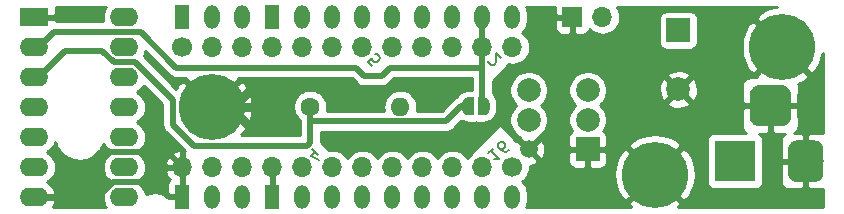
<source format=gbr>
G04 #@! TF.GenerationSoftware,KiCad,Pcbnew,(5.1.4)-1*
G04 #@! TF.CreationDate,2019-11-22T13:16:02+01:00*
G04 #@! TF.ProjectId,ArtNetNode1.2,4172744e-6574-44e6-9f64-65312e322e6b,rev?*
G04 #@! TF.SameCoordinates,Original*
G04 #@! TF.FileFunction,Copper,L2,Bot*
G04 #@! TF.FilePolarity,Positive*
%FSLAX46Y46*%
G04 Gerber Fmt 4.6, Leading zero omitted, Abs format (unit mm)*
G04 Created by KiCad (PCBNEW (5.1.4)-1) date 2019-11-22 13:16:02*
%MOMM*%
%LPD*%
G04 APERTURE LIST*
%ADD10C,0.150000*%
%ADD11C,2.000000*%
%ADD12R,2.000000X2.000000*%
%ADD13C,1.500000*%
%ADD14O,1.700000X1.700000*%
%ADD15R,1.700000X1.700000*%
%ADD16C,5.600000*%
%ADD17O,1.300000X2.000000*%
%ADD18R,1.300000X2.000000*%
%ADD19C,1.700000*%
%ADD20R,3.500000X3.500000*%
%ADD21C,0.100000*%
%ADD22C,3.000000*%
%ADD23C,3.500000*%
%ADD24C,1.600000*%
%ADD25O,1.600000X1.600000*%
%ADD26R,2.400000X1.600000*%
%ADD27O,2.400000X1.600000*%
%ADD28C,0.500000*%
%ADD29C,0.800000*%
%ADD30C,0.508000*%
%ADD31C,0.762000*%
%ADD32C,0.254000*%
G04 APERTURE END LIST*
D10*
X186746870Y-70096175D02*
X186275465Y-69624770D01*
X186847885Y-70533908D02*
X186174450Y-70197190D01*
X186612183Y-69759457D01*
X201582809Y-69557427D02*
X201178748Y-69961488D01*
X201380778Y-69759457D02*
X202087885Y-70466564D01*
X201919526Y-70432892D01*
X201784839Y-70432892D01*
X201683824Y-70466564D01*
X202896007Y-69658442D02*
X202761320Y-69793129D01*
X202660305Y-69826801D01*
X202592961Y-69826801D01*
X202424603Y-69793129D01*
X202256244Y-69692114D01*
X201986870Y-69422740D01*
X201953198Y-69321725D01*
X201953198Y-69254381D01*
X201986870Y-69153366D01*
X202121557Y-69018679D01*
X202222572Y-68985007D01*
X202289916Y-68985007D01*
X202390931Y-69018679D01*
X202559290Y-69187038D01*
X202592961Y-69288053D01*
X202592961Y-69355396D01*
X202559290Y-69456412D01*
X202424603Y-69591099D01*
X202323587Y-69624770D01*
X202256244Y-69624770D01*
X202155229Y-69591099D01*
X201178748Y-62118511D02*
X201178748Y-62185855D01*
X201212420Y-62286870D01*
X201380778Y-62455229D01*
X201481794Y-62488900D01*
X201549137Y-62488900D01*
X201650152Y-62455229D01*
X201717496Y-62387885D01*
X201784839Y-62253198D01*
X201784839Y-61445076D01*
X202222572Y-61882809D01*
X191321794Y-62556244D02*
X190985076Y-62219526D01*
X191288122Y-61849137D01*
X191288122Y-61916481D01*
X191321794Y-62017496D01*
X191490152Y-62185855D01*
X191591168Y-62219526D01*
X191658511Y-62219526D01*
X191759526Y-62185855D01*
X191927885Y-62017496D01*
X191961557Y-61916481D01*
X191961557Y-61849137D01*
X191927885Y-61748122D01*
X191759526Y-61579763D01*
X191658511Y-61546091D01*
X191591168Y-61546091D01*
D11*
X209580000Y-64620000D03*
X209580000Y-67120000D03*
D12*
X209580000Y-69620000D03*
D13*
X204580000Y-69620000D03*
D11*
X204580000Y-67120000D03*
X204580000Y-64620000D03*
D12*
X217259600Y-59546000D03*
D11*
X217259600Y-64546000D03*
D14*
X210820000Y-58420000D03*
D15*
X208280000Y-58420000D03*
D16*
X177800000Y-66040000D03*
D17*
X193050000Y-58420000D03*
X195590000Y-58420000D03*
X190510000Y-58420000D03*
X177810000Y-58420000D03*
X180350000Y-58420000D03*
D18*
X182890000Y-58420000D03*
D17*
X187970000Y-58420000D03*
X185430000Y-58420000D03*
X185430000Y-73660000D03*
X187970000Y-73660000D03*
X200670000Y-58420000D03*
X190510000Y-73660000D03*
X193050000Y-73660000D03*
X203210000Y-73660000D03*
X195590000Y-73660000D03*
X203210000Y-58420000D03*
X200670000Y-73660000D03*
D18*
X175270000Y-58420000D03*
D17*
X198130000Y-73660000D03*
X198130000Y-58420000D03*
D18*
X182890000Y-73660000D03*
D17*
X180350000Y-73660000D03*
X177810000Y-73660000D03*
D18*
X175270000Y-73660000D03*
D14*
X203200000Y-60960000D03*
X200660000Y-60960000D03*
X198120000Y-60960000D03*
X195580000Y-60960000D03*
X193040000Y-60960000D03*
X190500000Y-60960000D03*
X187960000Y-60960000D03*
X185420000Y-60960000D03*
X182880000Y-60960000D03*
X180340000Y-60960000D03*
X177800000Y-60960000D03*
D19*
X175260000Y-60960000D03*
D14*
X175260000Y-71120000D03*
X177800000Y-71120000D03*
X180340000Y-71120000D03*
X182880000Y-71120000D03*
X185420000Y-71120000D03*
X187960000Y-71120000D03*
X190500000Y-71120000D03*
X193040000Y-71120000D03*
X195580000Y-71120000D03*
X198120000Y-71120000D03*
X200660000Y-71120000D03*
D19*
X203200000Y-71120000D03*
D16*
X215265000Y-71755000D03*
X226060000Y-60960000D03*
D20*
X222044000Y-70612000D03*
D21*
G36*
X228867513Y-68865611D02*
G01*
X228940318Y-68876411D01*
X229011714Y-68894295D01*
X229081013Y-68919090D01*
X229147548Y-68950559D01*
X229210678Y-68988398D01*
X229269795Y-69032242D01*
X229324330Y-69081670D01*
X229373758Y-69136205D01*
X229417602Y-69195322D01*
X229455441Y-69258452D01*
X229486910Y-69324987D01*
X229511705Y-69394286D01*
X229529589Y-69465682D01*
X229540389Y-69538487D01*
X229544000Y-69612000D01*
X229544000Y-71612000D01*
X229540389Y-71685513D01*
X229529589Y-71758318D01*
X229511705Y-71829714D01*
X229486910Y-71899013D01*
X229455441Y-71965548D01*
X229417602Y-72028678D01*
X229373758Y-72087795D01*
X229324330Y-72142330D01*
X229269795Y-72191758D01*
X229210678Y-72235602D01*
X229147548Y-72273441D01*
X229081013Y-72304910D01*
X229011714Y-72329705D01*
X228940318Y-72347589D01*
X228867513Y-72358389D01*
X228794000Y-72362000D01*
X227294000Y-72362000D01*
X227220487Y-72358389D01*
X227147682Y-72347589D01*
X227076286Y-72329705D01*
X227006987Y-72304910D01*
X226940452Y-72273441D01*
X226877322Y-72235602D01*
X226818205Y-72191758D01*
X226763670Y-72142330D01*
X226714242Y-72087795D01*
X226670398Y-72028678D01*
X226632559Y-71965548D01*
X226601090Y-71899013D01*
X226576295Y-71829714D01*
X226558411Y-71758318D01*
X226547611Y-71685513D01*
X226544000Y-71612000D01*
X226544000Y-69612000D01*
X226547611Y-69538487D01*
X226558411Y-69465682D01*
X226576295Y-69394286D01*
X226601090Y-69324987D01*
X226632559Y-69258452D01*
X226670398Y-69195322D01*
X226714242Y-69136205D01*
X226763670Y-69081670D01*
X226818205Y-69032242D01*
X226877322Y-68988398D01*
X226940452Y-68950559D01*
X227006987Y-68919090D01*
X227076286Y-68894295D01*
X227147682Y-68876411D01*
X227220487Y-68865611D01*
X227294000Y-68862000D01*
X228794000Y-68862000D01*
X228867513Y-68865611D01*
X228867513Y-68865611D01*
G37*
D22*
X228044000Y-70612000D03*
D21*
G36*
X226004765Y-64166213D02*
G01*
X226089704Y-64178813D01*
X226172999Y-64199677D01*
X226253848Y-64228605D01*
X226331472Y-64265319D01*
X226405124Y-64309464D01*
X226474094Y-64360616D01*
X226537718Y-64418282D01*
X226595384Y-64481906D01*
X226646536Y-64550876D01*
X226690681Y-64624528D01*
X226727395Y-64702152D01*
X226756323Y-64783001D01*
X226777187Y-64866296D01*
X226789787Y-64951235D01*
X226794000Y-65037000D01*
X226794000Y-66787000D01*
X226789787Y-66872765D01*
X226777187Y-66957704D01*
X226756323Y-67040999D01*
X226727395Y-67121848D01*
X226690681Y-67199472D01*
X226646536Y-67273124D01*
X226595384Y-67342094D01*
X226537718Y-67405718D01*
X226474094Y-67463384D01*
X226405124Y-67514536D01*
X226331472Y-67558681D01*
X226253848Y-67595395D01*
X226172999Y-67624323D01*
X226089704Y-67645187D01*
X226004765Y-67657787D01*
X225919000Y-67662000D01*
X224169000Y-67662000D01*
X224083235Y-67657787D01*
X223998296Y-67645187D01*
X223915001Y-67624323D01*
X223834152Y-67595395D01*
X223756528Y-67558681D01*
X223682876Y-67514536D01*
X223613906Y-67463384D01*
X223550282Y-67405718D01*
X223492616Y-67342094D01*
X223441464Y-67273124D01*
X223397319Y-67199472D01*
X223360605Y-67121848D01*
X223331677Y-67040999D01*
X223310813Y-66957704D01*
X223298213Y-66872765D01*
X223294000Y-66787000D01*
X223294000Y-65037000D01*
X223298213Y-64951235D01*
X223310813Y-64866296D01*
X223331677Y-64783001D01*
X223360605Y-64702152D01*
X223397319Y-64624528D01*
X223441464Y-64550876D01*
X223492616Y-64481906D01*
X223550282Y-64418282D01*
X223613906Y-64360616D01*
X223682876Y-64309464D01*
X223756528Y-64265319D01*
X223834152Y-64228605D01*
X223915001Y-64199677D01*
X223998296Y-64178813D01*
X224083235Y-64166213D01*
X224169000Y-64162000D01*
X225919000Y-64162000D01*
X226004765Y-64166213D01*
X226004765Y-64166213D01*
G37*
D23*
X225044000Y-65912000D03*
D24*
X186093800Y-65997600D03*
D25*
X193713800Y-65997600D03*
D26*
X162725800Y-58420000D03*
D27*
X170345800Y-73660000D03*
X162725800Y-60960000D03*
X170345800Y-71120000D03*
X162725800Y-63500000D03*
X170345800Y-68580000D03*
X162725800Y-66040000D03*
X170345800Y-66040000D03*
X162725800Y-68580000D03*
X170345800Y-63500000D03*
X162725800Y-71120000D03*
X170345800Y-60960000D03*
X162725800Y-73660000D03*
X170345800Y-58420000D03*
D28*
X199470000Y-65970000D03*
D21*
G36*
X199970000Y-66720000D02*
G01*
X199470000Y-66720000D01*
X199470000Y-66719398D01*
X199445466Y-66719398D01*
X199396635Y-66714588D01*
X199348510Y-66705016D01*
X199301555Y-66690772D01*
X199256222Y-66671995D01*
X199212949Y-66648864D01*
X199172150Y-66621604D01*
X199134221Y-66590476D01*
X199099524Y-66555779D01*
X199068396Y-66517850D01*
X199041136Y-66477051D01*
X199018005Y-66433778D01*
X198999228Y-66388445D01*
X198984984Y-66341490D01*
X198975412Y-66293365D01*
X198970602Y-66244534D01*
X198970602Y-66220000D01*
X198970000Y-66220000D01*
X198970000Y-65720000D01*
X198970602Y-65720000D01*
X198970602Y-65695466D01*
X198975412Y-65646635D01*
X198984984Y-65598510D01*
X198999228Y-65551555D01*
X199018005Y-65506222D01*
X199041136Y-65462949D01*
X199068396Y-65422150D01*
X199099524Y-65384221D01*
X199134221Y-65349524D01*
X199172150Y-65318396D01*
X199212949Y-65291136D01*
X199256222Y-65268005D01*
X199301555Y-65249228D01*
X199348510Y-65234984D01*
X199396635Y-65225412D01*
X199445466Y-65220602D01*
X199470000Y-65220602D01*
X199470000Y-65220000D01*
X199970000Y-65220000D01*
X199970000Y-66720000D01*
X199970000Y-66720000D01*
G37*
D28*
X200770000Y-65970000D03*
D21*
G36*
X200770000Y-65220602D02*
G01*
X200794534Y-65220602D01*
X200843365Y-65225412D01*
X200891490Y-65234984D01*
X200938445Y-65249228D01*
X200983778Y-65268005D01*
X201027051Y-65291136D01*
X201067850Y-65318396D01*
X201105779Y-65349524D01*
X201140476Y-65384221D01*
X201171604Y-65422150D01*
X201198864Y-65462949D01*
X201221995Y-65506222D01*
X201240772Y-65551555D01*
X201255016Y-65598510D01*
X201264588Y-65646635D01*
X201269398Y-65695466D01*
X201269398Y-65720000D01*
X201270000Y-65720000D01*
X201270000Y-66220000D01*
X201269398Y-66220000D01*
X201269398Y-66244534D01*
X201264588Y-66293365D01*
X201255016Y-66341490D01*
X201240772Y-66388445D01*
X201221995Y-66433778D01*
X201198864Y-66477051D01*
X201171604Y-66517850D01*
X201140476Y-66555779D01*
X201105779Y-66590476D01*
X201067850Y-66621604D01*
X201027051Y-66648864D01*
X200983778Y-66671995D01*
X200938445Y-66690772D01*
X200891490Y-66705016D01*
X200843365Y-66714588D01*
X200794534Y-66719398D01*
X200770000Y-66719398D01*
X200770000Y-66720000D01*
X200270000Y-66720000D01*
X200270000Y-65220000D01*
X200770000Y-65220000D01*
X200770000Y-65220602D01*
X200770000Y-65220602D01*
G37*
D29*
X182626000Y-66548000D03*
X182626000Y-65278000D03*
X183896000Y-66548000D03*
X183896000Y-65278000D03*
D30*
X162725800Y-63483000D02*
X163125800Y-63483000D01*
X186093800Y-67128970D02*
X186093800Y-65997600D01*
X176238079Y-69294001D02*
X185858102Y-69294001D01*
X186093800Y-69058303D02*
X186093800Y-67128970D01*
X162725800Y-63500000D02*
X163125800Y-63500000D01*
X174466733Y-67522655D02*
X176238079Y-69294001D01*
X163125800Y-63500000D02*
X165329376Y-61296424D01*
X165329376Y-61296424D02*
X168496424Y-61296424D01*
X174466733Y-65447496D02*
X174466733Y-67522655D01*
X168496424Y-61296424D02*
X169445990Y-62245990D01*
X185858102Y-69294001D02*
X186093800Y-69058303D01*
X169445990Y-62245990D02*
X171265227Y-62245990D01*
X171265227Y-62245990D02*
X174466733Y-65447496D01*
X186216431Y-67251601D02*
X186093800Y-67128970D01*
X197588399Y-67251601D02*
X186216431Y-67251601D01*
X199470000Y-65970000D02*
X198870000Y-65970000D01*
X198870000Y-65970000D02*
X197588399Y-67251601D01*
X174112000Y-73660000D02*
X175270000Y-73660000D01*
X172857990Y-72405990D02*
X174112000Y-73660000D01*
X169426373Y-72405990D02*
X172857990Y-72405990D01*
X168172363Y-73660000D02*
X169426373Y-72405990D01*
X162725800Y-73660000D02*
X168172363Y-73660000D01*
X164433800Y-73660000D02*
X162725800Y-73660000D01*
X164592000Y-73660000D02*
X164433800Y-73660000D01*
X168386010Y-69865990D02*
X164592000Y-73660000D01*
X174005990Y-69865990D02*
X168386010Y-69865990D01*
X175260000Y-71120000D02*
X174005990Y-69865990D01*
D31*
X182118000Y-66040000D02*
X182626000Y-66548000D01*
X177800000Y-66040000D02*
X182118000Y-66040000D01*
X177800000Y-66040000D02*
X179578000Y-66040000D01*
X179578000Y-66040000D02*
X181102000Y-64516000D01*
X181864000Y-64516000D02*
X182626000Y-65278000D01*
X181102000Y-64516000D02*
X181864000Y-64516000D01*
X177800000Y-66040000D02*
X179324000Y-66040000D01*
X181102000Y-67818000D02*
X182626000Y-67818000D01*
X179324000Y-66040000D02*
X181102000Y-67818000D01*
D30*
X200670000Y-58770000D02*
X200670000Y-58420000D01*
X200648000Y-58442000D02*
X200670000Y-58420000D01*
X200648000Y-60054000D02*
X200648000Y-58442000D01*
X200648000Y-61578000D02*
X200648000Y-60054000D01*
X200648000Y-65642000D02*
X200902000Y-65896000D01*
X200648000Y-61578000D02*
X200648000Y-62692000D01*
X192838000Y-62692000D02*
X200648000Y-62692000D01*
X192130000Y-63400000D02*
X192838000Y-62692000D01*
X190670000Y-63400000D02*
X192130000Y-63400000D01*
X163125800Y-60960000D02*
X164411790Y-59674010D01*
X164411790Y-59674010D02*
X171734010Y-59674010D01*
X171734010Y-59674010D02*
X174760000Y-62700000D01*
X174760000Y-62700000D02*
X189970000Y-62700000D01*
X162725800Y-60960000D02*
X163125800Y-60960000D01*
X189970000Y-62700000D02*
X190670000Y-63400000D01*
X200648000Y-62692000D02*
X200648000Y-65970000D01*
D32*
G36*
X206791928Y-57570000D02*
G01*
X206795000Y-58134250D01*
X206953750Y-58293000D01*
X208153000Y-58293000D01*
X208153000Y-58273000D01*
X208407000Y-58273000D01*
X208407000Y-58293000D01*
X208427000Y-58293000D01*
X208427000Y-58547000D01*
X208407000Y-58547000D01*
X208407000Y-59746250D01*
X208565750Y-59905000D01*
X209130000Y-59908072D01*
X209254482Y-59895812D01*
X209374180Y-59859502D01*
X209484494Y-59800537D01*
X209581185Y-59721185D01*
X209660537Y-59624494D01*
X209719502Y-59514180D01*
X209740393Y-59445313D01*
X209764866Y-59475134D01*
X209990986Y-59660706D01*
X210248966Y-59798599D01*
X210528889Y-59883513D01*
X210747050Y-59905000D01*
X210892950Y-59905000D01*
X211111111Y-59883513D01*
X211391034Y-59798599D01*
X211649014Y-59660706D01*
X211875134Y-59475134D01*
X212060706Y-59249014D01*
X212198599Y-58991034D01*
X212283513Y-58711111D01*
X212299775Y-58546000D01*
X215621528Y-58546000D01*
X215621528Y-60546000D01*
X215633788Y-60670482D01*
X215670098Y-60790180D01*
X215729063Y-60900494D01*
X215808415Y-60997185D01*
X215905106Y-61076537D01*
X216015420Y-61135502D01*
X216135118Y-61171812D01*
X216259600Y-61184072D01*
X218259600Y-61184072D01*
X218384082Y-61171812D01*
X218503780Y-61135502D01*
X218614094Y-61076537D01*
X218710785Y-60997185D01*
X218748290Y-60951484D01*
X222608390Y-60951484D01*
X222673051Y-61625023D01*
X222867870Y-62273006D01*
X223185361Y-62870530D01*
X223194823Y-62884692D01*
X223643519Y-63196876D01*
X225880395Y-60960000D01*
X223643519Y-58723124D01*
X223194823Y-59035308D01*
X222874388Y-59631259D01*
X222676374Y-60278273D01*
X222608390Y-60951484D01*
X218748290Y-60951484D01*
X218790137Y-60900494D01*
X218849102Y-60790180D01*
X218885412Y-60670482D01*
X218897672Y-60546000D01*
X218897672Y-58546000D01*
X218885412Y-58421518D01*
X218849102Y-58301820D01*
X218790137Y-58191506D01*
X218710785Y-58094815D01*
X218614094Y-58015463D01*
X218503780Y-57956498D01*
X218384082Y-57920188D01*
X218259600Y-57907928D01*
X216259600Y-57907928D01*
X216135118Y-57920188D01*
X216015420Y-57956498D01*
X215905106Y-58015463D01*
X215808415Y-58094815D01*
X215729063Y-58191506D01*
X215670098Y-58301820D01*
X215633788Y-58421518D01*
X215621528Y-58546000D01*
X212299775Y-58546000D01*
X212312185Y-58420000D01*
X212283513Y-58128889D01*
X212198599Y-57848966D01*
X212060706Y-57590986D01*
X212031994Y-57556000D01*
X225572588Y-57556000D01*
X225394977Y-57573051D01*
X224746994Y-57767870D01*
X224149470Y-58085361D01*
X224135308Y-58094823D01*
X223823124Y-58543519D01*
X226060000Y-60780395D01*
X226074143Y-60766253D01*
X226253748Y-60945858D01*
X226239605Y-60960000D01*
X228476481Y-63196876D01*
X228925177Y-62884692D01*
X229245612Y-62288741D01*
X229443626Y-61641727D01*
X229464000Y-61439973D01*
X229464001Y-68224130D01*
X228329750Y-68227000D01*
X228171000Y-68385750D01*
X228171000Y-70485000D01*
X228191000Y-70485000D01*
X228191000Y-70739000D01*
X228171000Y-70739000D01*
X228171000Y-72838250D01*
X228329750Y-72997000D01*
X229464001Y-72999870D01*
X229464001Y-74524000D01*
X217256608Y-74524000D01*
X217501876Y-74171481D01*
X215265000Y-71934605D01*
X213028124Y-74171481D01*
X213273392Y-74524000D01*
X204392307Y-74524000D01*
X204402929Y-74504127D01*
X204476407Y-74261903D01*
X204495000Y-74073122D01*
X204495000Y-73246877D01*
X204476407Y-73058096D01*
X204402929Y-72815873D01*
X204283608Y-72592638D01*
X204123028Y-72396972D01*
X204050674Y-72337592D01*
X204146632Y-72273475D01*
X204353475Y-72066632D01*
X204515990Y-71823411D01*
X204547854Y-71746484D01*
X211813390Y-71746484D01*
X211878051Y-72420023D01*
X212072870Y-73068006D01*
X212390361Y-73665530D01*
X212399823Y-73679692D01*
X212848519Y-73991876D01*
X215085395Y-71755000D01*
X215444605Y-71755000D01*
X217681481Y-73991876D01*
X218130177Y-73679692D01*
X218450612Y-73083741D01*
X218648626Y-72436727D01*
X218716610Y-71763516D01*
X218651949Y-71089977D01*
X218457130Y-70441994D01*
X218139639Y-69844470D01*
X218130177Y-69830308D01*
X217681481Y-69518124D01*
X215444605Y-71755000D01*
X215085395Y-71755000D01*
X212848519Y-69518124D01*
X212399823Y-69830308D01*
X212079388Y-70426259D01*
X211881374Y-71073273D01*
X211813390Y-71746484D01*
X204547854Y-71746484D01*
X204627932Y-71553158D01*
X204685000Y-71266260D01*
X204685000Y-71004889D01*
X204922238Y-70968965D01*
X205178832Y-70876277D01*
X205291863Y-70815860D01*
X205345590Y-70620000D01*
X207941928Y-70620000D01*
X207954188Y-70744482D01*
X207990498Y-70864180D01*
X208049463Y-70974494D01*
X208128815Y-71071185D01*
X208225506Y-71150537D01*
X208335820Y-71209502D01*
X208455518Y-71245812D01*
X208580000Y-71258072D01*
X209294250Y-71255000D01*
X209453000Y-71096250D01*
X209453000Y-69747000D01*
X209707000Y-69747000D01*
X209707000Y-71096250D01*
X209865750Y-71255000D01*
X210580000Y-71258072D01*
X210704482Y-71245812D01*
X210824180Y-71209502D01*
X210934494Y-71150537D01*
X211031185Y-71071185D01*
X211110537Y-70974494D01*
X211169502Y-70864180D01*
X211205812Y-70744482D01*
X211218072Y-70620000D01*
X211215000Y-69905750D01*
X211056250Y-69747000D01*
X209707000Y-69747000D01*
X209453000Y-69747000D01*
X208103750Y-69747000D01*
X207945000Y-69905750D01*
X207941928Y-70620000D01*
X205345590Y-70620000D01*
X205357388Y-70576993D01*
X204580000Y-69799605D01*
X204565858Y-69813748D01*
X204386253Y-69634143D01*
X204400395Y-69620000D01*
X204759605Y-69620000D01*
X205536993Y-70397388D01*
X205775860Y-70331863D01*
X205891760Y-70084884D01*
X205957250Y-69820040D01*
X205969812Y-69547508D01*
X205928965Y-69277762D01*
X205836277Y-69021168D01*
X205775860Y-68908137D01*
X205536993Y-68842612D01*
X204759605Y-69620000D01*
X204400395Y-69620000D01*
X203623007Y-68842612D01*
X203492351Y-68878453D01*
X202116843Y-67502945D01*
X199765882Y-69853907D01*
X199809172Y-69897197D01*
X199604866Y-70064866D01*
X199419294Y-70290986D01*
X199390000Y-70345791D01*
X199360706Y-70290986D01*
X199175134Y-70064866D01*
X198949014Y-69879294D01*
X198691034Y-69741401D01*
X198411111Y-69656487D01*
X198192950Y-69635000D01*
X198047050Y-69635000D01*
X197828889Y-69656487D01*
X197548966Y-69741401D01*
X197290986Y-69879294D01*
X197064866Y-70064866D01*
X196879294Y-70290986D01*
X196850000Y-70345791D01*
X196820706Y-70290986D01*
X196635134Y-70064866D01*
X196409014Y-69879294D01*
X196151034Y-69741401D01*
X195871111Y-69656487D01*
X195652950Y-69635000D01*
X195507050Y-69635000D01*
X195288889Y-69656487D01*
X195008966Y-69741401D01*
X194750986Y-69879294D01*
X194524866Y-70064866D01*
X194339294Y-70290986D01*
X194310000Y-70345791D01*
X194280706Y-70290986D01*
X194095134Y-70064866D01*
X193869014Y-69879294D01*
X193611034Y-69741401D01*
X193331111Y-69656487D01*
X193112950Y-69635000D01*
X192967050Y-69635000D01*
X192748889Y-69656487D01*
X192468966Y-69741401D01*
X192210986Y-69879294D01*
X191984866Y-70064866D01*
X191799294Y-70290986D01*
X191770000Y-70345791D01*
X191740706Y-70290986D01*
X191555134Y-70064866D01*
X191329014Y-69879294D01*
X191071034Y-69741401D01*
X190791111Y-69656487D01*
X190572950Y-69635000D01*
X190427050Y-69635000D01*
X190208889Y-69656487D01*
X189928966Y-69741401D01*
X189670986Y-69879294D01*
X189444866Y-70064866D01*
X189259294Y-70290986D01*
X189230000Y-70345791D01*
X189200706Y-70290986D01*
X189015134Y-70064866D01*
X188789014Y-69879294D01*
X188531034Y-69741401D01*
X188251111Y-69656487D01*
X188032950Y-69635000D01*
X187887050Y-69635000D01*
X187682203Y-69655176D01*
X186982800Y-68955773D01*
X186982800Y-68140601D01*
X197544739Y-68140601D01*
X197588399Y-68144901D01*
X197632059Y-68140601D01*
X197632066Y-68140601D01*
X197762673Y-68127737D01*
X197930250Y-68076904D01*
X198084690Y-67994354D01*
X198220058Y-67883260D01*
X198247898Y-67849337D01*
X198896706Y-67200530D01*
X198990125Y-67250464D01*
X199080681Y-67287973D01*
X199200377Y-67324282D01*
X199296510Y-67343404D01*
X199420991Y-67355664D01*
X199445550Y-67355664D01*
X199470000Y-67358072D01*
X199970000Y-67358072D01*
X200094482Y-67345812D01*
X200120000Y-67338071D01*
X200145518Y-67345812D01*
X200270000Y-67358072D01*
X200770000Y-67358072D01*
X200794450Y-67355664D01*
X200819009Y-67355664D01*
X200943490Y-67343404D01*
X201039623Y-67324282D01*
X201159319Y-67287973D01*
X201249875Y-67250464D01*
X201360192Y-67191498D01*
X201441691Y-67137042D01*
X201538382Y-67057690D01*
X201607690Y-66988382D01*
X201687042Y-66891691D01*
X201741498Y-66810192D01*
X201800464Y-66699875D01*
X201837973Y-66609319D01*
X201874282Y-66489623D01*
X201893404Y-66393490D01*
X201905664Y-66269009D01*
X201905664Y-66244450D01*
X201908072Y-66220000D01*
X201908072Y-65720000D01*
X201905664Y-65695550D01*
X201905664Y-65670991D01*
X201893404Y-65546510D01*
X201874282Y-65450377D01*
X201837973Y-65330681D01*
X201800464Y-65240125D01*
X201741498Y-65129808D01*
X201687042Y-65048309D01*
X201607690Y-64951618D01*
X201538382Y-64882310D01*
X201537000Y-64881176D01*
X201537000Y-64458967D01*
X202945000Y-64458967D01*
X202945000Y-64781033D01*
X203007832Y-65096912D01*
X203131082Y-65394463D01*
X203310013Y-65662252D01*
X203517761Y-65870000D01*
X203310013Y-66077748D01*
X203131082Y-66345537D01*
X203007832Y-66643088D01*
X202945000Y-66958967D01*
X202945000Y-67281033D01*
X203007832Y-67596912D01*
X203131082Y-67894463D01*
X203310013Y-68162252D01*
X203537748Y-68389987D01*
X203805537Y-68568918D01*
X203826087Y-68577430D01*
X203802612Y-68663007D01*
X204580000Y-69440395D01*
X205357388Y-68663007D01*
X205345591Y-68620000D01*
X207941928Y-68620000D01*
X207945000Y-69334250D01*
X208103750Y-69493000D01*
X209453000Y-69493000D01*
X209453000Y-69473000D01*
X209707000Y-69473000D01*
X209707000Y-69493000D01*
X211056250Y-69493000D01*
X211210731Y-69338519D01*
X213028124Y-69338519D01*
X215265000Y-71575395D01*
X217501876Y-69338519D01*
X217189692Y-68889823D01*
X217137947Y-68862000D01*
X219655928Y-68862000D01*
X219655928Y-72362000D01*
X219668188Y-72486482D01*
X219704498Y-72606180D01*
X219763463Y-72716494D01*
X219842815Y-72813185D01*
X219939506Y-72892537D01*
X220049820Y-72951502D01*
X220169518Y-72987812D01*
X220294000Y-73000072D01*
X223794000Y-73000072D01*
X223918482Y-72987812D01*
X224038180Y-72951502D01*
X224148494Y-72892537D01*
X224245185Y-72813185D01*
X224324537Y-72716494D01*
X224383502Y-72606180D01*
X224419812Y-72486482D01*
X224432072Y-72362000D01*
X225905928Y-72362000D01*
X225918188Y-72486482D01*
X225954498Y-72606180D01*
X226013463Y-72716494D01*
X226092815Y-72813185D01*
X226189506Y-72892537D01*
X226299820Y-72951502D01*
X226419518Y-72987812D01*
X226544000Y-73000072D01*
X227758250Y-72997000D01*
X227917000Y-72838250D01*
X227917000Y-70739000D01*
X226067750Y-70739000D01*
X225909000Y-70897750D01*
X225905928Y-72362000D01*
X224432072Y-72362000D01*
X224432072Y-68862000D01*
X224419812Y-68737518D01*
X224383502Y-68617820D01*
X224324537Y-68507506D01*
X224245185Y-68410815D01*
X224148494Y-68331463D01*
X224086655Y-68298409D01*
X224758250Y-68297000D01*
X224917000Y-68138250D01*
X224917000Y-66039000D01*
X225171000Y-66039000D01*
X225171000Y-68138250D01*
X225329750Y-68297000D01*
X226250367Y-68298931D01*
X226189506Y-68331463D01*
X226092815Y-68410815D01*
X226013463Y-68507506D01*
X225954498Y-68617820D01*
X225918188Y-68737518D01*
X225905928Y-68862000D01*
X225909000Y-70326250D01*
X226067750Y-70485000D01*
X227917000Y-70485000D01*
X227917000Y-68385750D01*
X227758250Y-68227000D01*
X227087195Y-68225302D01*
X227148494Y-68192537D01*
X227245185Y-68113185D01*
X227324537Y-68016494D01*
X227383502Y-67906180D01*
X227419812Y-67786482D01*
X227432072Y-67662000D01*
X227429000Y-66197750D01*
X227270250Y-66039000D01*
X225171000Y-66039000D01*
X224917000Y-66039000D01*
X222817750Y-66039000D01*
X222659000Y-66197750D01*
X222655928Y-67662000D01*
X222668188Y-67786482D01*
X222704498Y-67906180D01*
X222763463Y-68016494D01*
X222842815Y-68113185D01*
X222939506Y-68192537D01*
X222998233Y-68223928D01*
X220294000Y-68223928D01*
X220169518Y-68236188D01*
X220049820Y-68272498D01*
X219939506Y-68331463D01*
X219842815Y-68410815D01*
X219763463Y-68507506D01*
X219704498Y-68617820D01*
X219668188Y-68737518D01*
X219655928Y-68862000D01*
X217137947Y-68862000D01*
X216593741Y-68569388D01*
X215946727Y-68371374D01*
X215273516Y-68303390D01*
X214599977Y-68368051D01*
X213951994Y-68562870D01*
X213354470Y-68880361D01*
X213340308Y-68889823D01*
X213028124Y-69338519D01*
X211210731Y-69338519D01*
X211215000Y-69334250D01*
X211218072Y-68620000D01*
X211205812Y-68495518D01*
X211169502Y-68375820D01*
X211110537Y-68265506D01*
X211031185Y-68168815D01*
X210934494Y-68089463D01*
X210908063Y-68075335D01*
X211028918Y-67894463D01*
X211152168Y-67596912D01*
X211215000Y-67281033D01*
X211215000Y-66958967D01*
X211152168Y-66643088D01*
X211028918Y-66345537D01*
X210849987Y-66077748D01*
X210642239Y-65870000D01*
X210830826Y-65681413D01*
X216303792Y-65681413D01*
X216399556Y-65945814D01*
X216689171Y-66086704D01*
X217000708Y-66168384D01*
X217322195Y-66187718D01*
X217641275Y-66143961D01*
X217945688Y-66038795D01*
X218119644Y-65945814D01*
X218215408Y-65681413D01*
X217259600Y-64725605D01*
X216303792Y-65681413D01*
X210830826Y-65681413D01*
X210849987Y-65662252D01*
X211028918Y-65394463D01*
X211152168Y-65096912D01*
X211215000Y-64781033D01*
X211215000Y-64608595D01*
X215617882Y-64608595D01*
X215661639Y-64927675D01*
X215766805Y-65232088D01*
X215859786Y-65406044D01*
X216124187Y-65501808D01*
X217079995Y-64546000D01*
X217439205Y-64546000D01*
X218395013Y-65501808D01*
X218659414Y-65406044D01*
X218800304Y-65116429D01*
X218881984Y-64804892D01*
X218901318Y-64483405D01*
X218857561Y-64164325D01*
X218856758Y-64162000D01*
X222655928Y-64162000D01*
X222659000Y-65626250D01*
X222817750Y-65785000D01*
X224917000Y-65785000D01*
X224917000Y-65765000D01*
X225171000Y-65765000D01*
X225171000Y-65785000D01*
X227270250Y-65785000D01*
X227429000Y-65626250D01*
X227432072Y-64162000D01*
X227428211Y-64122797D01*
X227970530Y-63834639D01*
X227984692Y-63825177D01*
X228296876Y-63376481D01*
X226060000Y-61139605D01*
X223823124Y-63376481D01*
X223926635Y-63525255D01*
X223294000Y-63523928D01*
X223169518Y-63536188D01*
X223049820Y-63572498D01*
X222939506Y-63631463D01*
X222842815Y-63710815D01*
X222763463Y-63807506D01*
X222704498Y-63917820D01*
X222668188Y-64037518D01*
X222655928Y-64162000D01*
X218856758Y-64162000D01*
X218752395Y-63859912D01*
X218659414Y-63685956D01*
X218395013Y-63590192D01*
X217439205Y-64546000D01*
X217079995Y-64546000D01*
X216124187Y-63590192D01*
X215859786Y-63685956D01*
X215718896Y-63975571D01*
X215637216Y-64287108D01*
X215617882Y-64608595D01*
X211215000Y-64608595D01*
X211215000Y-64458967D01*
X211152168Y-64143088D01*
X211028918Y-63845537D01*
X210849987Y-63577748D01*
X210682826Y-63410587D01*
X216303792Y-63410587D01*
X217259600Y-64366395D01*
X218215408Y-63410587D01*
X218119644Y-63146186D01*
X217830029Y-63005296D01*
X217518492Y-62923616D01*
X217197005Y-62904282D01*
X216877925Y-62948039D01*
X216573512Y-63053205D01*
X216399556Y-63146186D01*
X216303792Y-63410587D01*
X210682826Y-63410587D01*
X210622252Y-63350013D01*
X210354463Y-63171082D01*
X210056912Y-63047832D01*
X209741033Y-62985000D01*
X209418967Y-62985000D01*
X209103088Y-63047832D01*
X208805537Y-63171082D01*
X208537748Y-63350013D01*
X208310013Y-63577748D01*
X208131082Y-63845537D01*
X208007832Y-64143088D01*
X207945000Y-64458967D01*
X207945000Y-64781033D01*
X208007832Y-65096912D01*
X208131082Y-65394463D01*
X208310013Y-65662252D01*
X208517761Y-65870000D01*
X208310013Y-66077748D01*
X208131082Y-66345537D01*
X208007832Y-66643088D01*
X207945000Y-66958967D01*
X207945000Y-67281033D01*
X208007832Y-67596912D01*
X208131082Y-67894463D01*
X208251937Y-68075335D01*
X208225506Y-68089463D01*
X208128815Y-68168815D01*
X208049463Y-68265506D01*
X207990498Y-68375820D01*
X207954188Y-68495518D01*
X207941928Y-68620000D01*
X205345591Y-68620000D01*
X205333913Y-68577430D01*
X205354463Y-68568918D01*
X205622252Y-68389987D01*
X205849987Y-68162252D01*
X206028918Y-67894463D01*
X206152168Y-67596912D01*
X206215000Y-67281033D01*
X206215000Y-66958967D01*
X206152168Y-66643088D01*
X206028918Y-66345537D01*
X205849987Y-66077748D01*
X205642239Y-65870000D01*
X205849987Y-65662252D01*
X206028918Y-65394463D01*
X206152168Y-65096912D01*
X206215000Y-64781033D01*
X206215000Y-64458967D01*
X206152168Y-64143088D01*
X206028918Y-63845537D01*
X205849987Y-63577748D01*
X205622252Y-63350013D01*
X205354463Y-63171082D01*
X205056912Y-63047832D01*
X204741033Y-62985000D01*
X204418967Y-62985000D01*
X204103088Y-63047832D01*
X203805537Y-63171082D01*
X203537748Y-63350013D01*
X203310013Y-63577748D01*
X203131082Y-63845537D01*
X203007832Y-64143088D01*
X202945000Y-64458967D01*
X201537000Y-64458967D01*
X201537000Y-63806292D01*
X201538868Y-63808160D01*
X202922203Y-62424824D01*
X203127050Y-62445000D01*
X203272950Y-62445000D01*
X203491111Y-62423513D01*
X203771034Y-62338599D01*
X204029014Y-62200706D01*
X204255134Y-62015134D01*
X204440706Y-61789014D01*
X204578599Y-61531034D01*
X204663513Y-61251111D01*
X204692185Y-60960000D01*
X204663513Y-60668889D01*
X204578599Y-60388966D01*
X204440706Y-60130986D01*
X204255134Y-59904866D01*
X204053926Y-59739739D01*
X204123028Y-59683028D01*
X204283608Y-59487362D01*
X204399789Y-59270000D01*
X206791928Y-59270000D01*
X206804188Y-59394482D01*
X206840498Y-59514180D01*
X206899463Y-59624494D01*
X206978815Y-59721185D01*
X207075506Y-59800537D01*
X207185820Y-59859502D01*
X207305518Y-59895812D01*
X207430000Y-59908072D01*
X207994250Y-59905000D01*
X208153000Y-59746250D01*
X208153000Y-58547000D01*
X206953750Y-58547000D01*
X206795000Y-58705750D01*
X206791928Y-59270000D01*
X204399789Y-59270000D01*
X204402929Y-59264127D01*
X204476407Y-59021903D01*
X204495000Y-58833122D01*
X204495000Y-58006877D01*
X204476407Y-57818096D01*
X204402929Y-57575873D01*
X204392307Y-57556000D01*
X206793307Y-57556000D01*
X206791928Y-57570000D01*
X206791928Y-57570000D01*
G37*
X206791928Y-57570000D02*
X206795000Y-58134250D01*
X206953750Y-58293000D01*
X208153000Y-58293000D01*
X208153000Y-58273000D01*
X208407000Y-58273000D01*
X208407000Y-58293000D01*
X208427000Y-58293000D01*
X208427000Y-58547000D01*
X208407000Y-58547000D01*
X208407000Y-59746250D01*
X208565750Y-59905000D01*
X209130000Y-59908072D01*
X209254482Y-59895812D01*
X209374180Y-59859502D01*
X209484494Y-59800537D01*
X209581185Y-59721185D01*
X209660537Y-59624494D01*
X209719502Y-59514180D01*
X209740393Y-59445313D01*
X209764866Y-59475134D01*
X209990986Y-59660706D01*
X210248966Y-59798599D01*
X210528889Y-59883513D01*
X210747050Y-59905000D01*
X210892950Y-59905000D01*
X211111111Y-59883513D01*
X211391034Y-59798599D01*
X211649014Y-59660706D01*
X211875134Y-59475134D01*
X212060706Y-59249014D01*
X212198599Y-58991034D01*
X212283513Y-58711111D01*
X212299775Y-58546000D01*
X215621528Y-58546000D01*
X215621528Y-60546000D01*
X215633788Y-60670482D01*
X215670098Y-60790180D01*
X215729063Y-60900494D01*
X215808415Y-60997185D01*
X215905106Y-61076537D01*
X216015420Y-61135502D01*
X216135118Y-61171812D01*
X216259600Y-61184072D01*
X218259600Y-61184072D01*
X218384082Y-61171812D01*
X218503780Y-61135502D01*
X218614094Y-61076537D01*
X218710785Y-60997185D01*
X218748290Y-60951484D01*
X222608390Y-60951484D01*
X222673051Y-61625023D01*
X222867870Y-62273006D01*
X223185361Y-62870530D01*
X223194823Y-62884692D01*
X223643519Y-63196876D01*
X225880395Y-60960000D01*
X223643519Y-58723124D01*
X223194823Y-59035308D01*
X222874388Y-59631259D01*
X222676374Y-60278273D01*
X222608390Y-60951484D01*
X218748290Y-60951484D01*
X218790137Y-60900494D01*
X218849102Y-60790180D01*
X218885412Y-60670482D01*
X218897672Y-60546000D01*
X218897672Y-58546000D01*
X218885412Y-58421518D01*
X218849102Y-58301820D01*
X218790137Y-58191506D01*
X218710785Y-58094815D01*
X218614094Y-58015463D01*
X218503780Y-57956498D01*
X218384082Y-57920188D01*
X218259600Y-57907928D01*
X216259600Y-57907928D01*
X216135118Y-57920188D01*
X216015420Y-57956498D01*
X215905106Y-58015463D01*
X215808415Y-58094815D01*
X215729063Y-58191506D01*
X215670098Y-58301820D01*
X215633788Y-58421518D01*
X215621528Y-58546000D01*
X212299775Y-58546000D01*
X212312185Y-58420000D01*
X212283513Y-58128889D01*
X212198599Y-57848966D01*
X212060706Y-57590986D01*
X212031994Y-57556000D01*
X225572588Y-57556000D01*
X225394977Y-57573051D01*
X224746994Y-57767870D01*
X224149470Y-58085361D01*
X224135308Y-58094823D01*
X223823124Y-58543519D01*
X226060000Y-60780395D01*
X226074143Y-60766253D01*
X226253748Y-60945858D01*
X226239605Y-60960000D01*
X228476481Y-63196876D01*
X228925177Y-62884692D01*
X229245612Y-62288741D01*
X229443626Y-61641727D01*
X229464000Y-61439973D01*
X229464001Y-68224130D01*
X228329750Y-68227000D01*
X228171000Y-68385750D01*
X228171000Y-70485000D01*
X228191000Y-70485000D01*
X228191000Y-70739000D01*
X228171000Y-70739000D01*
X228171000Y-72838250D01*
X228329750Y-72997000D01*
X229464001Y-72999870D01*
X229464001Y-74524000D01*
X217256608Y-74524000D01*
X217501876Y-74171481D01*
X215265000Y-71934605D01*
X213028124Y-74171481D01*
X213273392Y-74524000D01*
X204392307Y-74524000D01*
X204402929Y-74504127D01*
X204476407Y-74261903D01*
X204495000Y-74073122D01*
X204495000Y-73246877D01*
X204476407Y-73058096D01*
X204402929Y-72815873D01*
X204283608Y-72592638D01*
X204123028Y-72396972D01*
X204050674Y-72337592D01*
X204146632Y-72273475D01*
X204353475Y-72066632D01*
X204515990Y-71823411D01*
X204547854Y-71746484D01*
X211813390Y-71746484D01*
X211878051Y-72420023D01*
X212072870Y-73068006D01*
X212390361Y-73665530D01*
X212399823Y-73679692D01*
X212848519Y-73991876D01*
X215085395Y-71755000D01*
X215444605Y-71755000D01*
X217681481Y-73991876D01*
X218130177Y-73679692D01*
X218450612Y-73083741D01*
X218648626Y-72436727D01*
X218716610Y-71763516D01*
X218651949Y-71089977D01*
X218457130Y-70441994D01*
X218139639Y-69844470D01*
X218130177Y-69830308D01*
X217681481Y-69518124D01*
X215444605Y-71755000D01*
X215085395Y-71755000D01*
X212848519Y-69518124D01*
X212399823Y-69830308D01*
X212079388Y-70426259D01*
X211881374Y-71073273D01*
X211813390Y-71746484D01*
X204547854Y-71746484D01*
X204627932Y-71553158D01*
X204685000Y-71266260D01*
X204685000Y-71004889D01*
X204922238Y-70968965D01*
X205178832Y-70876277D01*
X205291863Y-70815860D01*
X205345590Y-70620000D01*
X207941928Y-70620000D01*
X207954188Y-70744482D01*
X207990498Y-70864180D01*
X208049463Y-70974494D01*
X208128815Y-71071185D01*
X208225506Y-71150537D01*
X208335820Y-71209502D01*
X208455518Y-71245812D01*
X208580000Y-71258072D01*
X209294250Y-71255000D01*
X209453000Y-71096250D01*
X209453000Y-69747000D01*
X209707000Y-69747000D01*
X209707000Y-71096250D01*
X209865750Y-71255000D01*
X210580000Y-71258072D01*
X210704482Y-71245812D01*
X210824180Y-71209502D01*
X210934494Y-71150537D01*
X211031185Y-71071185D01*
X211110537Y-70974494D01*
X211169502Y-70864180D01*
X211205812Y-70744482D01*
X211218072Y-70620000D01*
X211215000Y-69905750D01*
X211056250Y-69747000D01*
X209707000Y-69747000D01*
X209453000Y-69747000D01*
X208103750Y-69747000D01*
X207945000Y-69905750D01*
X207941928Y-70620000D01*
X205345590Y-70620000D01*
X205357388Y-70576993D01*
X204580000Y-69799605D01*
X204565858Y-69813748D01*
X204386253Y-69634143D01*
X204400395Y-69620000D01*
X204759605Y-69620000D01*
X205536993Y-70397388D01*
X205775860Y-70331863D01*
X205891760Y-70084884D01*
X205957250Y-69820040D01*
X205969812Y-69547508D01*
X205928965Y-69277762D01*
X205836277Y-69021168D01*
X205775860Y-68908137D01*
X205536993Y-68842612D01*
X204759605Y-69620000D01*
X204400395Y-69620000D01*
X203623007Y-68842612D01*
X203492351Y-68878453D01*
X202116843Y-67502945D01*
X199765882Y-69853907D01*
X199809172Y-69897197D01*
X199604866Y-70064866D01*
X199419294Y-70290986D01*
X199390000Y-70345791D01*
X199360706Y-70290986D01*
X199175134Y-70064866D01*
X198949014Y-69879294D01*
X198691034Y-69741401D01*
X198411111Y-69656487D01*
X198192950Y-69635000D01*
X198047050Y-69635000D01*
X197828889Y-69656487D01*
X197548966Y-69741401D01*
X197290986Y-69879294D01*
X197064866Y-70064866D01*
X196879294Y-70290986D01*
X196850000Y-70345791D01*
X196820706Y-70290986D01*
X196635134Y-70064866D01*
X196409014Y-69879294D01*
X196151034Y-69741401D01*
X195871111Y-69656487D01*
X195652950Y-69635000D01*
X195507050Y-69635000D01*
X195288889Y-69656487D01*
X195008966Y-69741401D01*
X194750986Y-69879294D01*
X194524866Y-70064866D01*
X194339294Y-70290986D01*
X194310000Y-70345791D01*
X194280706Y-70290986D01*
X194095134Y-70064866D01*
X193869014Y-69879294D01*
X193611034Y-69741401D01*
X193331111Y-69656487D01*
X193112950Y-69635000D01*
X192967050Y-69635000D01*
X192748889Y-69656487D01*
X192468966Y-69741401D01*
X192210986Y-69879294D01*
X191984866Y-70064866D01*
X191799294Y-70290986D01*
X191770000Y-70345791D01*
X191740706Y-70290986D01*
X191555134Y-70064866D01*
X191329014Y-69879294D01*
X191071034Y-69741401D01*
X190791111Y-69656487D01*
X190572950Y-69635000D01*
X190427050Y-69635000D01*
X190208889Y-69656487D01*
X189928966Y-69741401D01*
X189670986Y-69879294D01*
X189444866Y-70064866D01*
X189259294Y-70290986D01*
X189230000Y-70345791D01*
X189200706Y-70290986D01*
X189015134Y-70064866D01*
X188789014Y-69879294D01*
X188531034Y-69741401D01*
X188251111Y-69656487D01*
X188032950Y-69635000D01*
X187887050Y-69635000D01*
X187682203Y-69655176D01*
X186982800Y-68955773D01*
X186982800Y-68140601D01*
X197544739Y-68140601D01*
X197588399Y-68144901D01*
X197632059Y-68140601D01*
X197632066Y-68140601D01*
X197762673Y-68127737D01*
X197930250Y-68076904D01*
X198084690Y-67994354D01*
X198220058Y-67883260D01*
X198247898Y-67849337D01*
X198896706Y-67200530D01*
X198990125Y-67250464D01*
X199080681Y-67287973D01*
X199200377Y-67324282D01*
X199296510Y-67343404D01*
X199420991Y-67355664D01*
X199445550Y-67355664D01*
X199470000Y-67358072D01*
X199970000Y-67358072D01*
X200094482Y-67345812D01*
X200120000Y-67338071D01*
X200145518Y-67345812D01*
X200270000Y-67358072D01*
X200770000Y-67358072D01*
X200794450Y-67355664D01*
X200819009Y-67355664D01*
X200943490Y-67343404D01*
X201039623Y-67324282D01*
X201159319Y-67287973D01*
X201249875Y-67250464D01*
X201360192Y-67191498D01*
X201441691Y-67137042D01*
X201538382Y-67057690D01*
X201607690Y-66988382D01*
X201687042Y-66891691D01*
X201741498Y-66810192D01*
X201800464Y-66699875D01*
X201837973Y-66609319D01*
X201874282Y-66489623D01*
X201893404Y-66393490D01*
X201905664Y-66269009D01*
X201905664Y-66244450D01*
X201908072Y-66220000D01*
X201908072Y-65720000D01*
X201905664Y-65695550D01*
X201905664Y-65670991D01*
X201893404Y-65546510D01*
X201874282Y-65450377D01*
X201837973Y-65330681D01*
X201800464Y-65240125D01*
X201741498Y-65129808D01*
X201687042Y-65048309D01*
X201607690Y-64951618D01*
X201538382Y-64882310D01*
X201537000Y-64881176D01*
X201537000Y-64458967D01*
X202945000Y-64458967D01*
X202945000Y-64781033D01*
X203007832Y-65096912D01*
X203131082Y-65394463D01*
X203310013Y-65662252D01*
X203517761Y-65870000D01*
X203310013Y-66077748D01*
X203131082Y-66345537D01*
X203007832Y-66643088D01*
X202945000Y-66958967D01*
X202945000Y-67281033D01*
X203007832Y-67596912D01*
X203131082Y-67894463D01*
X203310013Y-68162252D01*
X203537748Y-68389987D01*
X203805537Y-68568918D01*
X203826087Y-68577430D01*
X203802612Y-68663007D01*
X204580000Y-69440395D01*
X205357388Y-68663007D01*
X205345591Y-68620000D01*
X207941928Y-68620000D01*
X207945000Y-69334250D01*
X208103750Y-69493000D01*
X209453000Y-69493000D01*
X209453000Y-69473000D01*
X209707000Y-69473000D01*
X209707000Y-69493000D01*
X211056250Y-69493000D01*
X211210731Y-69338519D01*
X213028124Y-69338519D01*
X215265000Y-71575395D01*
X217501876Y-69338519D01*
X217189692Y-68889823D01*
X217137947Y-68862000D01*
X219655928Y-68862000D01*
X219655928Y-72362000D01*
X219668188Y-72486482D01*
X219704498Y-72606180D01*
X219763463Y-72716494D01*
X219842815Y-72813185D01*
X219939506Y-72892537D01*
X220049820Y-72951502D01*
X220169518Y-72987812D01*
X220294000Y-73000072D01*
X223794000Y-73000072D01*
X223918482Y-72987812D01*
X224038180Y-72951502D01*
X224148494Y-72892537D01*
X224245185Y-72813185D01*
X224324537Y-72716494D01*
X224383502Y-72606180D01*
X224419812Y-72486482D01*
X224432072Y-72362000D01*
X225905928Y-72362000D01*
X225918188Y-72486482D01*
X225954498Y-72606180D01*
X226013463Y-72716494D01*
X226092815Y-72813185D01*
X226189506Y-72892537D01*
X226299820Y-72951502D01*
X226419518Y-72987812D01*
X226544000Y-73000072D01*
X227758250Y-72997000D01*
X227917000Y-72838250D01*
X227917000Y-70739000D01*
X226067750Y-70739000D01*
X225909000Y-70897750D01*
X225905928Y-72362000D01*
X224432072Y-72362000D01*
X224432072Y-68862000D01*
X224419812Y-68737518D01*
X224383502Y-68617820D01*
X224324537Y-68507506D01*
X224245185Y-68410815D01*
X224148494Y-68331463D01*
X224086655Y-68298409D01*
X224758250Y-68297000D01*
X224917000Y-68138250D01*
X224917000Y-66039000D01*
X225171000Y-66039000D01*
X225171000Y-68138250D01*
X225329750Y-68297000D01*
X226250367Y-68298931D01*
X226189506Y-68331463D01*
X226092815Y-68410815D01*
X226013463Y-68507506D01*
X225954498Y-68617820D01*
X225918188Y-68737518D01*
X225905928Y-68862000D01*
X225909000Y-70326250D01*
X226067750Y-70485000D01*
X227917000Y-70485000D01*
X227917000Y-68385750D01*
X227758250Y-68227000D01*
X227087195Y-68225302D01*
X227148494Y-68192537D01*
X227245185Y-68113185D01*
X227324537Y-68016494D01*
X227383502Y-67906180D01*
X227419812Y-67786482D01*
X227432072Y-67662000D01*
X227429000Y-66197750D01*
X227270250Y-66039000D01*
X225171000Y-66039000D01*
X224917000Y-66039000D01*
X222817750Y-66039000D01*
X222659000Y-66197750D01*
X222655928Y-67662000D01*
X222668188Y-67786482D01*
X222704498Y-67906180D01*
X222763463Y-68016494D01*
X222842815Y-68113185D01*
X222939506Y-68192537D01*
X222998233Y-68223928D01*
X220294000Y-68223928D01*
X220169518Y-68236188D01*
X220049820Y-68272498D01*
X219939506Y-68331463D01*
X219842815Y-68410815D01*
X219763463Y-68507506D01*
X219704498Y-68617820D01*
X219668188Y-68737518D01*
X219655928Y-68862000D01*
X217137947Y-68862000D01*
X216593741Y-68569388D01*
X215946727Y-68371374D01*
X215273516Y-68303390D01*
X214599977Y-68368051D01*
X213951994Y-68562870D01*
X213354470Y-68880361D01*
X213340308Y-68889823D01*
X213028124Y-69338519D01*
X211210731Y-69338519D01*
X211215000Y-69334250D01*
X211218072Y-68620000D01*
X211205812Y-68495518D01*
X211169502Y-68375820D01*
X211110537Y-68265506D01*
X211031185Y-68168815D01*
X210934494Y-68089463D01*
X210908063Y-68075335D01*
X211028918Y-67894463D01*
X211152168Y-67596912D01*
X211215000Y-67281033D01*
X211215000Y-66958967D01*
X211152168Y-66643088D01*
X211028918Y-66345537D01*
X210849987Y-66077748D01*
X210642239Y-65870000D01*
X210830826Y-65681413D01*
X216303792Y-65681413D01*
X216399556Y-65945814D01*
X216689171Y-66086704D01*
X217000708Y-66168384D01*
X217322195Y-66187718D01*
X217641275Y-66143961D01*
X217945688Y-66038795D01*
X218119644Y-65945814D01*
X218215408Y-65681413D01*
X217259600Y-64725605D01*
X216303792Y-65681413D01*
X210830826Y-65681413D01*
X210849987Y-65662252D01*
X211028918Y-65394463D01*
X211152168Y-65096912D01*
X211215000Y-64781033D01*
X211215000Y-64608595D01*
X215617882Y-64608595D01*
X215661639Y-64927675D01*
X215766805Y-65232088D01*
X215859786Y-65406044D01*
X216124187Y-65501808D01*
X217079995Y-64546000D01*
X217439205Y-64546000D01*
X218395013Y-65501808D01*
X218659414Y-65406044D01*
X218800304Y-65116429D01*
X218881984Y-64804892D01*
X218901318Y-64483405D01*
X218857561Y-64164325D01*
X218856758Y-64162000D01*
X222655928Y-64162000D01*
X222659000Y-65626250D01*
X222817750Y-65785000D01*
X224917000Y-65785000D01*
X224917000Y-65765000D01*
X225171000Y-65765000D01*
X225171000Y-65785000D01*
X227270250Y-65785000D01*
X227429000Y-65626250D01*
X227432072Y-64162000D01*
X227428211Y-64122797D01*
X227970530Y-63834639D01*
X227984692Y-63825177D01*
X228296876Y-63376481D01*
X226060000Y-61139605D01*
X223823124Y-63376481D01*
X223926635Y-63525255D01*
X223294000Y-63523928D01*
X223169518Y-63536188D01*
X223049820Y-63572498D01*
X222939506Y-63631463D01*
X222842815Y-63710815D01*
X222763463Y-63807506D01*
X222704498Y-63917820D01*
X222668188Y-64037518D01*
X222655928Y-64162000D01*
X218856758Y-64162000D01*
X218752395Y-63859912D01*
X218659414Y-63685956D01*
X218395013Y-63590192D01*
X217439205Y-64546000D01*
X217079995Y-64546000D01*
X216124187Y-63590192D01*
X215859786Y-63685956D01*
X215718896Y-63975571D01*
X215637216Y-64287108D01*
X215617882Y-64608595D01*
X211215000Y-64608595D01*
X211215000Y-64458967D01*
X211152168Y-64143088D01*
X211028918Y-63845537D01*
X210849987Y-63577748D01*
X210682826Y-63410587D01*
X216303792Y-63410587D01*
X217259600Y-64366395D01*
X218215408Y-63410587D01*
X218119644Y-63146186D01*
X217830029Y-63005296D01*
X217518492Y-62923616D01*
X217197005Y-62904282D01*
X216877925Y-62948039D01*
X216573512Y-63053205D01*
X216399556Y-63146186D01*
X216303792Y-63410587D01*
X210682826Y-63410587D01*
X210622252Y-63350013D01*
X210354463Y-63171082D01*
X210056912Y-63047832D01*
X209741033Y-62985000D01*
X209418967Y-62985000D01*
X209103088Y-63047832D01*
X208805537Y-63171082D01*
X208537748Y-63350013D01*
X208310013Y-63577748D01*
X208131082Y-63845537D01*
X208007832Y-64143088D01*
X207945000Y-64458967D01*
X207945000Y-64781033D01*
X208007832Y-65096912D01*
X208131082Y-65394463D01*
X208310013Y-65662252D01*
X208517761Y-65870000D01*
X208310013Y-66077748D01*
X208131082Y-66345537D01*
X208007832Y-66643088D01*
X207945000Y-66958967D01*
X207945000Y-67281033D01*
X208007832Y-67596912D01*
X208131082Y-67894463D01*
X208251937Y-68075335D01*
X208225506Y-68089463D01*
X208128815Y-68168815D01*
X208049463Y-68265506D01*
X207990498Y-68375820D01*
X207954188Y-68495518D01*
X207941928Y-68620000D01*
X205345591Y-68620000D01*
X205333913Y-68577430D01*
X205354463Y-68568918D01*
X205622252Y-68389987D01*
X205849987Y-68162252D01*
X206028918Y-67894463D01*
X206152168Y-67596912D01*
X206215000Y-67281033D01*
X206215000Y-66958967D01*
X206152168Y-66643088D01*
X206028918Y-66345537D01*
X205849987Y-66077748D01*
X205642239Y-65870000D01*
X205849987Y-65662252D01*
X206028918Y-65394463D01*
X206152168Y-65096912D01*
X206215000Y-64781033D01*
X206215000Y-64458967D01*
X206152168Y-64143088D01*
X206028918Y-63845537D01*
X205849987Y-63577748D01*
X205622252Y-63350013D01*
X205354463Y-63171082D01*
X205056912Y-63047832D01*
X204741033Y-62985000D01*
X204418967Y-62985000D01*
X204103088Y-63047832D01*
X203805537Y-63171082D01*
X203537748Y-63350013D01*
X203310013Y-63577748D01*
X203131082Y-63845537D01*
X203007832Y-64143088D01*
X202945000Y-64458967D01*
X201537000Y-64458967D01*
X201537000Y-63806292D01*
X201538868Y-63808160D01*
X202922203Y-62424824D01*
X203127050Y-62445000D01*
X203272950Y-62445000D01*
X203491111Y-62423513D01*
X203771034Y-62338599D01*
X204029014Y-62200706D01*
X204255134Y-62015134D01*
X204440706Y-61789014D01*
X204578599Y-61531034D01*
X204663513Y-61251111D01*
X204692185Y-60960000D01*
X204663513Y-60668889D01*
X204578599Y-60388966D01*
X204440706Y-60130986D01*
X204255134Y-59904866D01*
X204053926Y-59739739D01*
X204123028Y-59683028D01*
X204283608Y-59487362D01*
X204399789Y-59270000D01*
X206791928Y-59270000D01*
X206804188Y-59394482D01*
X206840498Y-59514180D01*
X206899463Y-59624494D01*
X206978815Y-59721185D01*
X207075506Y-59800537D01*
X207185820Y-59859502D01*
X207305518Y-59895812D01*
X207430000Y-59908072D01*
X207994250Y-59905000D01*
X208153000Y-59746250D01*
X208153000Y-58547000D01*
X206953750Y-58547000D01*
X206795000Y-58705750D01*
X206791928Y-59270000D01*
X204399789Y-59270000D01*
X204402929Y-59264127D01*
X204476407Y-59021903D01*
X204495000Y-58833122D01*
X204495000Y-58006877D01*
X204476407Y-57818096D01*
X204402929Y-57575873D01*
X204392307Y-57556000D01*
X206793307Y-57556000D01*
X206791928Y-57570000D01*
G36*
X164533872Y-69185132D02*
G01*
X164557450Y-69240142D01*
X164580232Y-69295417D01*
X164584615Y-69303523D01*
X164727904Y-69564166D01*
X164761692Y-69613513D01*
X164794804Y-69663350D01*
X164800678Y-69670450D01*
X164991864Y-69898296D01*
X165034561Y-69940107D01*
X165076753Y-69982595D01*
X165083894Y-69988419D01*
X165315695Y-70174792D01*
X165365742Y-70207542D01*
X165415343Y-70240998D01*
X165423479Y-70245324D01*
X165687066Y-70383123D01*
X165742508Y-70405522D01*
X165797672Y-70428712D01*
X165806494Y-70431375D01*
X166091824Y-70515353D01*
X166150578Y-70526561D01*
X166209182Y-70538591D01*
X166218354Y-70539490D01*
X166514561Y-70566447D01*
X166574379Y-70566029D01*
X166634196Y-70566447D01*
X166643367Y-70565548D01*
X166939171Y-70534458D01*
X166997768Y-70522429D01*
X167056530Y-70511220D01*
X167065352Y-70508556D01*
X167349483Y-70420602D01*
X167404615Y-70397427D01*
X167460089Y-70375014D01*
X167468226Y-70370687D01*
X167729862Y-70229221D01*
X167779429Y-70195788D01*
X167829508Y-70163017D01*
X167836649Y-70157193D01*
X168065824Y-69967603D01*
X168107946Y-69925185D01*
X168150716Y-69883303D01*
X168156590Y-69876202D01*
X168344576Y-69645708D01*
X168377691Y-69595866D01*
X168411475Y-69546526D01*
X168415858Y-69538419D01*
X168555494Y-69275801D01*
X168578288Y-69220499D01*
X168601854Y-69165516D01*
X168604579Y-69156713D01*
X168612856Y-69129297D01*
X168613618Y-69131808D01*
X168746868Y-69381101D01*
X168926192Y-69599608D01*
X169144699Y-69778932D01*
X169277658Y-69850000D01*
X169144699Y-69921068D01*
X168926192Y-70100392D01*
X168746868Y-70318899D01*
X168613618Y-70568192D01*
X168531564Y-70838691D01*
X168503857Y-71120000D01*
X168531564Y-71401309D01*
X168613618Y-71671808D01*
X168746868Y-71921101D01*
X168926192Y-72139608D01*
X169144699Y-72318932D01*
X169277658Y-72390000D01*
X169144699Y-72461068D01*
X168926192Y-72640392D01*
X168746868Y-72858899D01*
X168613618Y-73108192D01*
X168531564Y-73378691D01*
X168503857Y-73660000D01*
X168531564Y-73941309D01*
X168613618Y-74211808D01*
X168746868Y-74461101D01*
X168798488Y-74524000D01*
X164271867Y-74524000D01*
X164389515Y-74351646D01*
X164500167Y-74091818D01*
X164517704Y-74009039D01*
X164395715Y-73787000D01*
X162852800Y-73787000D01*
X162852800Y-73807000D01*
X162598800Y-73807000D01*
X162598800Y-73787000D01*
X162578800Y-73787000D01*
X162578800Y-73533000D01*
X162598800Y-73533000D01*
X162598800Y-73513000D01*
X162852800Y-73513000D01*
X162852800Y-73533000D01*
X164395715Y-73533000D01*
X164517704Y-73310961D01*
X164500167Y-73228182D01*
X164389515Y-72968354D01*
X164230300Y-72735105D01*
X164028639Y-72537399D01*
X163799059Y-72387265D01*
X163926901Y-72318932D01*
X164145408Y-72139608D01*
X164324732Y-71921101D01*
X164457982Y-71671808D01*
X164540036Y-71401309D01*
X164567743Y-71120000D01*
X164540036Y-70838691D01*
X164457982Y-70568192D01*
X164324732Y-70318899D01*
X164145408Y-70100392D01*
X163926901Y-69921068D01*
X163793942Y-69850000D01*
X163926901Y-69778932D01*
X164145408Y-69599608D01*
X164324732Y-69381101D01*
X164457982Y-69131808D01*
X164486810Y-69036774D01*
X164533872Y-69185132D01*
X164533872Y-69185132D01*
G37*
X164533872Y-69185132D02*
X164557450Y-69240142D01*
X164580232Y-69295417D01*
X164584615Y-69303523D01*
X164727904Y-69564166D01*
X164761692Y-69613513D01*
X164794804Y-69663350D01*
X164800678Y-69670450D01*
X164991864Y-69898296D01*
X165034561Y-69940107D01*
X165076753Y-69982595D01*
X165083894Y-69988419D01*
X165315695Y-70174792D01*
X165365742Y-70207542D01*
X165415343Y-70240998D01*
X165423479Y-70245324D01*
X165687066Y-70383123D01*
X165742508Y-70405522D01*
X165797672Y-70428712D01*
X165806494Y-70431375D01*
X166091824Y-70515353D01*
X166150578Y-70526561D01*
X166209182Y-70538591D01*
X166218354Y-70539490D01*
X166514561Y-70566447D01*
X166574379Y-70566029D01*
X166634196Y-70566447D01*
X166643367Y-70565548D01*
X166939171Y-70534458D01*
X166997768Y-70522429D01*
X167056530Y-70511220D01*
X167065352Y-70508556D01*
X167349483Y-70420602D01*
X167404615Y-70397427D01*
X167460089Y-70375014D01*
X167468226Y-70370687D01*
X167729862Y-70229221D01*
X167779429Y-70195788D01*
X167829508Y-70163017D01*
X167836649Y-70157193D01*
X168065824Y-69967603D01*
X168107946Y-69925185D01*
X168150716Y-69883303D01*
X168156590Y-69876202D01*
X168344576Y-69645708D01*
X168377691Y-69595866D01*
X168411475Y-69546526D01*
X168415858Y-69538419D01*
X168555494Y-69275801D01*
X168578288Y-69220499D01*
X168601854Y-69165516D01*
X168604579Y-69156713D01*
X168612856Y-69129297D01*
X168613618Y-69131808D01*
X168746868Y-69381101D01*
X168926192Y-69599608D01*
X169144699Y-69778932D01*
X169277658Y-69850000D01*
X169144699Y-69921068D01*
X168926192Y-70100392D01*
X168746868Y-70318899D01*
X168613618Y-70568192D01*
X168531564Y-70838691D01*
X168503857Y-71120000D01*
X168531564Y-71401309D01*
X168613618Y-71671808D01*
X168746868Y-71921101D01*
X168926192Y-72139608D01*
X169144699Y-72318932D01*
X169277658Y-72390000D01*
X169144699Y-72461068D01*
X168926192Y-72640392D01*
X168746868Y-72858899D01*
X168613618Y-73108192D01*
X168531564Y-73378691D01*
X168503857Y-73660000D01*
X168531564Y-73941309D01*
X168613618Y-74211808D01*
X168746868Y-74461101D01*
X168798488Y-74524000D01*
X164271867Y-74524000D01*
X164389515Y-74351646D01*
X164500167Y-74091818D01*
X164517704Y-74009039D01*
X164395715Y-73787000D01*
X162852800Y-73787000D01*
X162852800Y-73807000D01*
X162598800Y-73807000D01*
X162598800Y-73787000D01*
X162578800Y-73787000D01*
X162578800Y-73533000D01*
X162598800Y-73533000D01*
X162598800Y-73513000D01*
X162852800Y-73513000D01*
X162852800Y-73533000D01*
X164395715Y-73533000D01*
X164517704Y-73310961D01*
X164500167Y-73228182D01*
X164389515Y-72968354D01*
X164230300Y-72735105D01*
X164028639Y-72537399D01*
X163799059Y-72387265D01*
X163926901Y-72318932D01*
X164145408Y-72139608D01*
X164324732Y-71921101D01*
X164457982Y-71671808D01*
X164540036Y-71401309D01*
X164567743Y-71120000D01*
X164540036Y-70838691D01*
X164457982Y-70568192D01*
X164324732Y-70318899D01*
X164145408Y-70100392D01*
X163926901Y-69921068D01*
X163793942Y-69850000D01*
X163926901Y-69778932D01*
X164145408Y-69599608D01*
X164324732Y-69381101D01*
X164457982Y-69131808D01*
X164486810Y-69036774D01*
X164533872Y-69185132D01*
G36*
X183007000Y-70993000D02*
G01*
X183027000Y-70993000D01*
X183027000Y-71247000D01*
X183007000Y-71247000D01*
X183007000Y-72440155D01*
X183017000Y-72445432D01*
X183017000Y-73533000D01*
X183037000Y-73533000D01*
X183037000Y-73787000D01*
X183017000Y-73787000D01*
X183017000Y-73807000D01*
X182763000Y-73807000D01*
X182763000Y-73787000D01*
X182743000Y-73787000D01*
X182743000Y-73533000D01*
X182763000Y-73533000D01*
X182763000Y-72183750D01*
X182753000Y-72173750D01*
X182753000Y-71247000D01*
X182733000Y-71247000D01*
X182733000Y-70993000D01*
X182753000Y-70993000D01*
X182753000Y-70973000D01*
X183007000Y-70973000D01*
X183007000Y-70993000D01*
X183007000Y-70993000D01*
G37*
X183007000Y-70993000D02*
X183027000Y-70993000D01*
X183027000Y-71247000D01*
X183007000Y-71247000D01*
X183007000Y-72440155D01*
X183017000Y-72445432D01*
X183017000Y-73533000D01*
X183037000Y-73533000D01*
X183037000Y-73787000D01*
X183017000Y-73787000D01*
X183017000Y-73807000D01*
X182763000Y-73807000D01*
X182763000Y-73787000D01*
X182743000Y-73787000D01*
X182743000Y-73533000D01*
X182763000Y-73533000D01*
X182763000Y-72183750D01*
X182753000Y-72173750D01*
X182753000Y-71247000D01*
X182733000Y-71247000D01*
X182733000Y-70993000D01*
X182753000Y-70993000D01*
X182753000Y-70973000D01*
X183007000Y-70973000D01*
X183007000Y-70993000D01*
G36*
X173577733Y-65815732D02*
G01*
X173577734Y-67478985D01*
X173573433Y-67522655D01*
X173590597Y-67696929D01*
X173641431Y-67864507D01*
X173723981Y-68018946D01*
X173787732Y-68096626D01*
X173835075Y-68154314D01*
X173868992Y-68182149D01*
X175452252Y-69765409D01*
X175387000Y-69799845D01*
X175387000Y-70993000D01*
X175407000Y-70993000D01*
X175407000Y-71247000D01*
X175387000Y-71247000D01*
X175387000Y-72440155D01*
X175397000Y-72445432D01*
X175397000Y-73533000D01*
X175417000Y-73533000D01*
X175417000Y-73787000D01*
X175397000Y-73787000D01*
X175397000Y-73807000D01*
X175143000Y-73807000D01*
X175143000Y-73787000D01*
X175123000Y-73787000D01*
X175123000Y-73533000D01*
X175143000Y-73533000D01*
X175143000Y-72183750D01*
X175133000Y-72173750D01*
X175133000Y-71247000D01*
X173939186Y-71247000D01*
X173818519Y-71476891D01*
X173915843Y-71751252D01*
X174064822Y-72001355D01*
X174216528Y-72169658D01*
X174168815Y-72208815D01*
X174089463Y-72305506D01*
X174030498Y-72415820D01*
X173994188Y-72535518D01*
X173981928Y-72660000D01*
X173985000Y-73374250D01*
X174143748Y-73532998D01*
X173985000Y-73532998D01*
X173985000Y-73541877D01*
X173983315Y-73540740D01*
X173975186Y-73536418D01*
X173975181Y-73536415D01*
X173975176Y-73536413D01*
X173755524Y-73421582D01*
X173700058Y-73399173D01*
X173644919Y-73375994D01*
X173636097Y-73373330D01*
X173398321Y-73303348D01*
X173339559Y-73292139D01*
X173280962Y-73280110D01*
X173271791Y-73279211D01*
X173024951Y-73256747D01*
X172965135Y-73257165D01*
X172905318Y-73256747D01*
X172896147Y-73257646D01*
X172649644Y-73283554D01*
X172591028Y-73295586D01*
X172532284Y-73306792D01*
X172523462Y-73309456D01*
X172286686Y-73382751D01*
X172231555Y-73405926D01*
X172176080Y-73428339D01*
X172167944Y-73432666D01*
X172165483Y-73433997D01*
X172160036Y-73378691D01*
X172077982Y-73108192D01*
X171944732Y-72858899D01*
X171765408Y-72640392D01*
X171546901Y-72461068D01*
X171413942Y-72390000D01*
X171546901Y-72318932D01*
X171765408Y-72139608D01*
X171944732Y-71921101D01*
X172077982Y-71671808D01*
X172160036Y-71401309D01*
X172187743Y-71120000D01*
X172160036Y-70838691D01*
X172137109Y-70763109D01*
X173818519Y-70763109D01*
X173939186Y-70993000D01*
X175133000Y-70993000D01*
X175133000Y-69799845D01*
X174903110Y-69678524D01*
X174755901Y-69723175D01*
X174493080Y-69848359D01*
X174259731Y-70022412D01*
X174064822Y-70238645D01*
X173915843Y-70488748D01*
X173818519Y-70763109D01*
X172137109Y-70763109D01*
X172077982Y-70568192D01*
X171944732Y-70318899D01*
X171765408Y-70100392D01*
X171546901Y-69921068D01*
X171413942Y-69850000D01*
X171546901Y-69778932D01*
X171765408Y-69599608D01*
X171944732Y-69381101D01*
X172077982Y-69131808D01*
X172160036Y-68861309D01*
X172187743Y-68580000D01*
X172160036Y-68298691D01*
X172077982Y-68028192D01*
X171944732Y-67778899D01*
X171765408Y-67560392D01*
X171546901Y-67381068D01*
X171413942Y-67310000D01*
X171546901Y-67238932D01*
X171765408Y-67059608D01*
X171944732Y-66841101D01*
X172077982Y-66591808D01*
X172160036Y-66321309D01*
X172187743Y-66040000D01*
X172160036Y-65758691D01*
X172077982Y-65488192D01*
X171944732Y-65238899D01*
X171765408Y-65020392D01*
X171546901Y-64841068D01*
X171413942Y-64770000D01*
X171546901Y-64698932D01*
X171765408Y-64519608D01*
X171944732Y-64301101D01*
X171985964Y-64223962D01*
X173577733Y-65815732D01*
X173577733Y-65815732D01*
G37*
X173577733Y-65815732D02*
X173577734Y-67478985D01*
X173573433Y-67522655D01*
X173590597Y-67696929D01*
X173641431Y-67864507D01*
X173723981Y-68018946D01*
X173787732Y-68096626D01*
X173835075Y-68154314D01*
X173868992Y-68182149D01*
X175452252Y-69765409D01*
X175387000Y-69799845D01*
X175387000Y-70993000D01*
X175407000Y-70993000D01*
X175407000Y-71247000D01*
X175387000Y-71247000D01*
X175387000Y-72440155D01*
X175397000Y-72445432D01*
X175397000Y-73533000D01*
X175417000Y-73533000D01*
X175417000Y-73787000D01*
X175397000Y-73787000D01*
X175397000Y-73807000D01*
X175143000Y-73807000D01*
X175143000Y-73787000D01*
X175123000Y-73787000D01*
X175123000Y-73533000D01*
X175143000Y-73533000D01*
X175143000Y-72183750D01*
X175133000Y-72173750D01*
X175133000Y-71247000D01*
X173939186Y-71247000D01*
X173818519Y-71476891D01*
X173915843Y-71751252D01*
X174064822Y-72001355D01*
X174216528Y-72169658D01*
X174168815Y-72208815D01*
X174089463Y-72305506D01*
X174030498Y-72415820D01*
X173994188Y-72535518D01*
X173981928Y-72660000D01*
X173985000Y-73374250D01*
X174143748Y-73532998D01*
X173985000Y-73532998D01*
X173985000Y-73541877D01*
X173983315Y-73540740D01*
X173975186Y-73536418D01*
X173975181Y-73536415D01*
X173975176Y-73536413D01*
X173755524Y-73421582D01*
X173700058Y-73399173D01*
X173644919Y-73375994D01*
X173636097Y-73373330D01*
X173398321Y-73303348D01*
X173339559Y-73292139D01*
X173280962Y-73280110D01*
X173271791Y-73279211D01*
X173024951Y-73256747D01*
X172965135Y-73257165D01*
X172905318Y-73256747D01*
X172896147Y-73257646D01*
X172649644Y-73283554D01*
X172591028Y-73295586D01*
X172532284Y-73306792D01*
X172523462Y-73309456D01*
X172286686Y-73382751D01*
X172231555Y-73405926D01*
X172176080Y-73428339D01*
X172167944Y-73432666D01*
X172165483Y-73433997D01*
X172160036Y-73378691D01*
X172077982Y-73108192D01*
X171944732Y-72858899D01*
X171765408Y-72640392D01*
X171546901Y-72461068D01*
X171413942Y-72390000D01*
X171546901Y-72318932D01*
X171765408Y-72139608D01*
X171944732Y-71921101D01*
X172077982Y-71671808D01*
X172160036Y-71401309D01*
X172187743Y-71120000D01*
X172160036Y-70838691D01*
X172137109Y-70763109D01*
X173818519Y-70763109D01*
X173939186Y-70993000D01*
X175133000Y-70993000D01*
X175133000Y-69799845D01*
X174903110Y-69678524D01*
X174755901Y-69723175D01*
X174493080Y-69848359D01*
X174259731Y-70022412D01*
X174064822Y-70238645D01*
X173915843Y-70488748D01*
X173818519Y-70763109D01*
X172137109Y-70763109D01*
X172077982Y-70568192D01*
X171944732Y-70318899D01*
X171765408Y-70100392D01*
X171546901Y-69921068D01*
X171413942Y-69850000D01*
X171546901Y-69778932D01*
X171765408Y-69599608D01*
X171944732Y-69381101D01*
X172077982Y-69131808D01*
X172160036Y-68861309D01*
X172187743Y-68580000D01*
X172160036Y-68298691D01*
X172077982Y-68028192D01*
X171944732Y-67778899D01*
X171765408Y-67560392D01*
X171546901Y-67381068D01*
X171413942Y-67310000D01*
X171546901Y-67238932D01*
X171765408Y-67059608D01*
X171944732Y-66841101D01*
X172077982Y-66591808D01*
X172160036Y-66321309D01*
X172187743Y-66040000D01*
X172160036Y-65758691D01*
X172077982Y-65488192D01*
X171944732Y-65238899D01*
X171765408Y-65020392D01*
X171546901Y-64841068D01*
X171413942Y-64770000D01*
X171546901Y-64698932D01*
X171765408Y-64519608D01*
X171944732Y-64301101D01*
X171985964Y-64223962D01*
X173577733Y-65815732D01*
G36*
X174100504Y-63297740D02*
G01*
X174128341Y-63331659D01*
X174263709Y-63442753D01*
X174403182Y-63517303D01*
X174415577Y-63523928D01*
X174418149Y-63525303D01*
X174454033Y-63536188D01*
X174585724Y-63576136D01*
X174618924Y-63579406D01*
X174716333Y-63589000D01*
X174716339Y-63589000D01*
X174759999Y-63593300D01*
X174803659Y-63589000D01*
X175587141Y-63589000D01*
X175563124Y-63623519D01*
X177800000Y-65860395D01*
X180036876Y-63623519D01*
X180012859Y-63589000D01*
X189601765Y-63589000D01*
X190010505Y-63997741D01*
X190038341Y-64031659D01*
X190173709Y-64142753D01*
X190328149Y-64225303D01*
X190385672Y-64242752D01*
X190495724Y-64276136D01*
X190528924Y-64279406D01*
X190626333Y-64289000D01*
X190626339Y-64289000D01*
X190669999Y-64293300D01*
X190713659Y-64289000D01*
X192086340Y-64289000D01*
X192130000Y-64293300D01*
X192173660Y-64289000D01*
X192173667Y-64289000D01*
X192304274Y-64276136D01*
X192471851Y-64225303D01*
X192626291Y-64142753D01*
X192761659Y-64031659D01*
X192789498Y-63997737D01*
X193206236Y-63581000D01*
X199759000Y-63581000D01*
X199759001Y-64581928D01*
X199470000Y-64581928D01*
X199445550Y-64584336D01*
X199420991Y-64584336D01*
X199296510Y-64596596D01*
X199200377Y-64615718D01*
X199080681Y-64652027D01*
X198990125Y-64689536D01*
X198879808Y-64748502D01*
X198798309Y-64802958D01*
X198701618Y-64882310D01*
X198632310Y-64951618D01*
X198552958Y-65048309D01*
X198498502Y-65129808D01*
X198475502Y-65172837D01*
X198373709Y-65227247D01*
X198238341Y-65338341D01*
X198210506Y-65372259D01*
X197220164Y-66362601D01*
X195102649Y-66362601D01*
X195128036Y-66278909D01*
X195155743Y-65997600D01*
X195128036Y-65716291D01*
X195045982Y-65445792D01*
X194912732Y-65196499D01*
X194733408Y-64977992D01*
X194514901Y-64798668D01*
X194265608Y-64665418D01*
X193995109Y-64583364D01*
X193784292Y-64562600D01*
X193643308Y-64562600D01*
X193432491Y-64583364D01*
X193161992Y-64665418D01*
X192912699Y-64798668D01*
X192694192Y-64977992D01*
X192514868Y-65196499D01*
X192381618Y-65445792D01*
X192299564Y-65716291D01*
X192271857Y-65997600D01*
X192299564Y-66278909D01*
X192324951Y-66362601D01*
X187484309Y-66362601D01*
X187528800Y-66138935D01*
X187528800Y-65856265D01*
X187473653Y-65579026D01*
X187365480Y-65317873D01*
X187208437Y-65082841D01*
X187008559Y-64882963D01*
X186773527Y-64725920D01*
X186512374Y-64617747D01*
X186235135Y-64562600D01*
X185952465Y-64562600D01*
X185675226Y-64617747D01*
X185414073Y-64725920D01*
X185179041Y-64882963D01*
X184979163Y-65082841D01*
X184822120Y-65317873D01*
X184713947Y-65579026D01*
X184658800Y-65856265D01*
X184658800Y-66138935D01*
X184713947Y-66416174D01*
X184822120Y-66677327D01*
X184979163Y-66912359D01*
X185179041Y-67112237D01*
X185200721Y-67126723D01*
X185200500Y-67128970D01*
X185204800Y-67172630D01*
X185204800Y-67172636D01*
X185204801Y-67172646D01*
X185204800Y-68405001D01*
X180315459Y-68405001D01*
X180330034Y-68390426D01*
X180216483Y-68276875D01*
X180665177Y-67964692D01*
X180985612Y-67368741D01*
X181183626Y-66721727D01*
X181251610Y-66048516D01*
X181186949Y-65374977D01*
X180992130Y-64726994D01*
X180674639Y-64129470D01*
X180665177Y-64115308D01*
X180216481Y-63803124D01*
X177979605Y-66040000D01*
X177993748Y-66054143D01*
X177814143Y-66233748D01*
X177800000Y-66219605D01*
X177785858Y-66233748D01*
X177606253Y-66054143D01*
X177620395Y-66040000D01*
X175383519Y-63803124D01*
X174934823Y-64115308D01*
X174744936Y-64468463D01*
X171977071Y-61700599D01*
X172077982Y-61511808D01*
X172133047Y-61330282D01*
X174100504Y-63297740D01*
X174100504Y-63297740D01*
G37*
X174100504Y-63297740D02*
X174128341Y-63331659D01*
X174263709Y-63442753D01*
X174403182Y-63517303D01*
X174415577Y-63523928D01*
X174418149Y-63525303D01*
X174454033Y-63536188D01*
X174585724Y-63576136D01*
X174618924Y-63579406D01*
X174716333Y-63589000D01*
X174716339Y-63589000D01*
X174759999Y-63593300D01*
X174803659Y-63589000D01*
X175587141Y-63589000D01*
X175563124Y-63623519D01*
X177800000Y-65860395D01*
X180036876Y-63623519D01*
X180012859Y-63589000D01*
X189601765Y-63589000D01*
X190010505Y-63997741D01*
X190038341Y-64031659D01*
X190173709Y-64142753D01*
X190328149Y-64225303D01*
X190385672Y-64242752D01*
X190495724Y-64276136D01*
X190528924Y-64279406D01*
X190626333Y-64289000D01*
X190626339Y-64289000D01*
X190669999Y-64293300D01*
X190713659Y-64289000D01*
X192086340Y-64289000D01*
X192130000Y-64293300D01*
X192173660Y-64289000D01*
X192173667Y-64289000D01*
X192304274Y-64276136D01*
X192471851Y-64225303D01*
X192626291Y-64142753D01*
X192761659Y-64031659D01*
X192789498Y-63997737D01*
X193206236Y-63581000D01*
X199759000Y-63581000D01*
X199759001Y-64581928D01*
X199470000Y-64581928D01*
X199445550Y-64584336D01*
X199420991Y-64584336D01*
X199296510Y-64596596D01*
X199200377Y-64615718D01*
X199080681Y-64652027D01*
X198990125Y-64689536D01*
X198879808Y-64748502D01*
X198798309Y-64802958D01*
X198701618Y-64882310D01*
X198632310Y-64951618D01*
X198552958Y-65048309D01*
X198498502Y-65129808D01*
X198475502Y-65172837D01*
X198373709Y-65227247D01*
X198238341Y-65338341D01*
X198210506Y-65372259D01*
X197220164Y-66362601D01*
X195102649Y-66362601D01*
X195128036Y-66278909D01*
X195155743Y-65997600D01*
X195128036Y-65716291D01*
X195045982Y-65445792D01*
X194912732Y-65196499D01*
X194733408Y-64977992D01*
X194514901Y-64798668D01*
X194265608Y-64665418D01*
X193995109Y-64583364D01*
X193784292Y-64562600D01*
X193643308Y-64562600D01*
X193432491Y-64583364D01*
X193161992Y-64665418D01*
X192912699Y-64798668D01*
X192694192Y-64977992D01*
X192514868Y-65196499D01*
X192381618Y-65445792D01*
X192299564Y-65716291D01*
X192271857Y-65997600D01*
X192299564Y-66278909D01*
X192324951Y-66362601D01*
X187484309Y-66362601D01*
X187528800Y-66138935D01*
X187528800Y-65856265D01*
X187473653Y-65579026D01*
X187365480Y-65317873D01*
X187208437Y-65082841D01*
X187008559Y-64882963D01*
X186773527Y-64725920D01*
X186512374Y-64617747D01*
X186235135Y-64562600D01*
X185952465Y-64562600D01*
X185675226Y-64617747D01*
X185414073Y-64725920D01*
X185179041Y-64882963D01*
X184979163Y-65082841D01*
X184822120Y-65317873D01*
X184713947Y-65579026D01*
X184658800Y-65856265D01*
X184658800Y-66138935D01*
X184713947Y-66416174D01*
X184822120Y-66677327D01*
X184979163Y-66912359D01*
X185179041Y-67112237D01*
X185200721Y-67126723D01*
X185200500Y-67128970D01*
X185204800Y-67172630D01*
X185204800Y-67172636D01*
X185204801Y-67172646D01*
X185204800Y-68405001D01*
X180315459Y-68405001D01*
X180330034Y-68390426D01*
X180216483Y-68276875D01*
X180665177Y-67964692D01*
X180985612Y-67368741D01*
X181183626Y-66721727D01*
X181251610Y-66048516D01*
X181186949Y-65374977D01*
X180992130Y-64726994D01*
X180674639Y-64129470D01*
X180665177Y-64115308D01*
X180216481Y-63803124D01*
X177979605Y-66040000D01*
X177993748Y-66054143D01*
X177814143Y-66233748D01*
X177800000Y-66219605D01*
X177785858Y-66233748D01*
X177606253Y-66054143D01*
X177620395Y-66040000D01*
X175383519Y-63803124D01*
X174934823Y-64115308D01*
X174744936Y-64468463D01*
X171977071Y-61700599D01*
X172077982Y-61511808D01*
X172133047Y-61330282D01*
X174100504Y-63297740D01*
G36*
X168746868Y-57618899D02*
G01*
X168613618Y-57868192D01*
X168531564Y-58138691D01*
X168503857Y-58420000D01*
X168531564Y-58701309D01*
X168556954Y-58785010D01*
X164561273Y-58785010D01*
X164560800Y-58705750D01*
X164402050Y-58547000D01*
X162852800Y-58547000D01*
X162852800Y-58567000D01*
X162598800Y-58567000D01*
X162598800Y-58547000D01*
X162578800Y-58547000D01*
X162578800Y-58293000D01*
X162598800Y-58293000D01*
X162598800Y-58273000D01*
X162852800Y-58273000D01*
X162852800Y-58293000D01*
X164402050Y-58293000D01*
X164560800Y-58134250D01*
X164563872Y-57620000D01*
X164557569Y-57556000D01*
X168798488Y-57556000D01*
X168746868Y-57618899D01*
X168746868Y-57618899D01*
G37*
X168746868Y-57618899D02*
X168613618Y-57868192D01*
X168531564Y-58138691D01*
X168503857Y-58420000D01*
X168531564Y-58701309D01*
X168556954Y-58785010D01*
X164561273Y-58785010D01*
X164560800Y-58705750D01*
X164402050Y-58547000D01*
X162852800Y-58547000D01*
X162852800Y-58567000D01*
X162598800Y-58567000D01*
X162598800Y-58547000D01*
X162578800Y-58547000D01*
X162578800Y-58293000D01*
X162598800Y-58293000D01*
X162598800Y-58273000D01*
X162852800Y-58273000D01*
X162852800Y-58293000D01*
X164402050Y-58293000D01*
X164560800Y-58134250D01*
X164563872Y-57620000D01*
X164557569Y-57556000D01*
X168798488Y-57556000D01*
X168746868Y-57618899D01*
M02*

</source>
